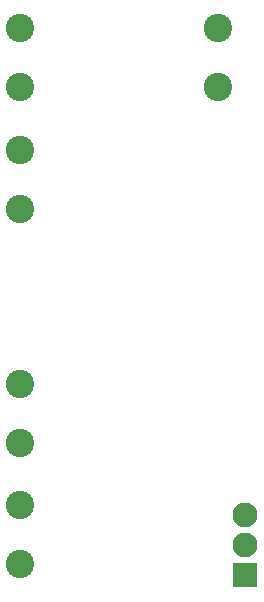
<source format=gts>
G04 Layer: TopSolderMaskLayer*
G04 EasyEDA Pro v2.2.27.1, 2024-09-10 16:22:17*
G04 Gerber Generator version 0.3*
G04 Scale: 100 percent, Rotated: No, Reflected: No*
G04 Dimensions in millimeters*
G04 Leading zeros omitted, absolute positions, 3 integers and 5 decimals*
%FSLAX35Y35*%
%MOMM*%
%AMRoundRect*1,1,$1,$2,$3*1,1,$1,$4,$5*1,1,$1,0-$2,0-$3*1,1,$1,0-$4,0-$5*20,1,$1,$2,$3,$4,$5,0*20,1,$1,$4,$5,0-$2,0-$3,0*20,1,$1,0-$2,0-$3,0-$4,0-$5,0*20,1,$1,0-$4,0-$5,$2,$3,0*4,1,4,$2,$3,$4,$5,0-$2,0-$3,0-$4,0-$5,$2,$3,0*%
%ADD10C,2.4016*%
%ADD11RoundRect,0.09691X-1.00234X-1.00234X-1.00234X1.00234*%
%ADD12C,2.1016*%
G75*


G04 Pad Start*
G54D10*
G01X2044700Y8728901D03*
G01X2044700Y9228900D03*
G01X368300Y5190300D03*
G01X368300Y4690301D03*
G01X368300Y6219000D03*
G01X368300Y5719001D03*
G01X368300Y8200200D03*
G01X368300Y7700201D03*
G01X368300Y9228900D03*
G01X368300Y8728901D03*
G54D11*
G01X2273300Y4597400D03*
G54D12*
G01X2273300Y4851400D03*
G01X2273300Y5105400D03*
G04 Pad End*

M02*


</source>
